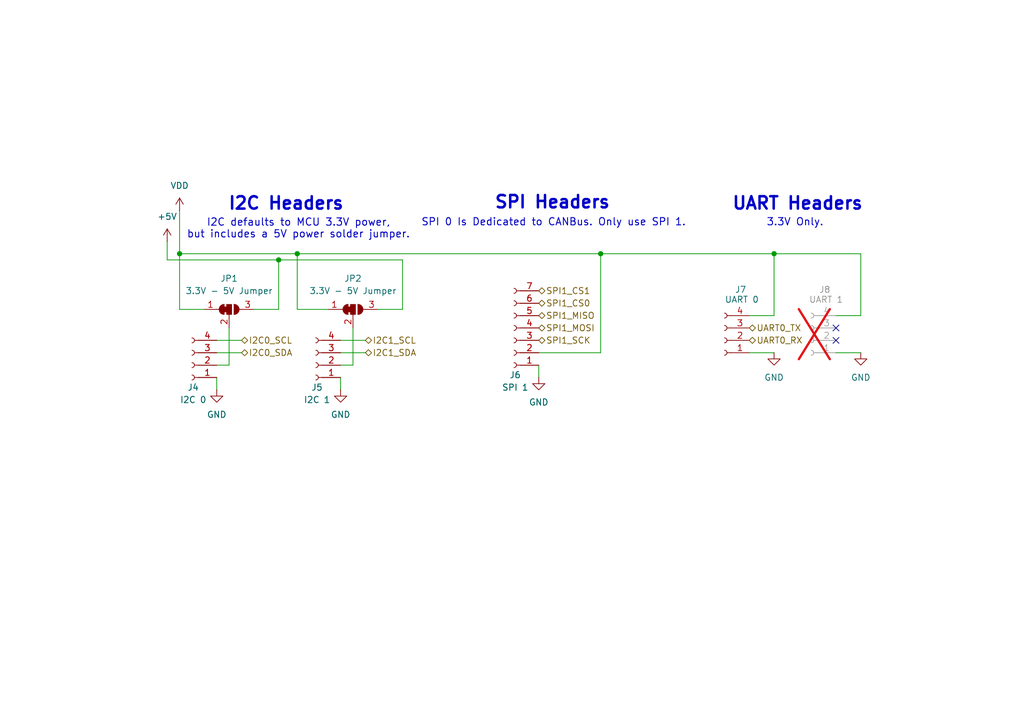
<source format=kicad_sch>
(kicad_sch (version 20250114) (generator "eeschema") (generator_version "9.0")
  (paper "A5")
  (title_block (title "Sensor Board IO Headers") (date "2026-02-16") (company "VIP Lightning From the Edge of Space"))
  (lib_symbols
    (symbol "Connector:Conn_01x04_Socket" (pin_names (offset 1.016) (hide yes))
      (property "Reference" "J" (at 0 5.08 0))
      (property "Value" "Conn_01x04_Socket" (at 0 -7.62 0))
      (symbol "Conn_01x04_Socket_1_1"
        (polyline (pts (xy -1.27 2.54) (xy -0.508 2.54)) (stroke (width 0.1524)))
        (polyline (pts (xy -1.27 0) (xy -0.508 0)) (stroke (width 0.1524)))
        (polyline (pts (xy -1.27 -2.54) (xy -0.508 -2.54)) (stroke (width 0.1524)))
        (polyline (pts (xy -1.27 -5.08) (xy -0.508 -5.08)) (stroke (width 0.1524)))
        (arc (start 0 2.032) (mid -0.5058 2.54) (end 0 3.048) (stroke (width 0.1524)))
        (arc (start 0 -0.508) (mid -0.5058 0) (end 0 0.508) (stroke (width 0.1524)))
        (arc (start 0 -3.048) (mid -0.5058 -2.54) (end 0 -2.032) (stroke (width 0.1524)))
        (arc (start 0 -5.588) (mid -0.5058 -5.08) (end 0 -4.572) (stroke (width 0.1524)))
        (pin passive line (at -5.08 2.54 0) (length 3.81) (name "Pin_1") (number "1"))
        (pin passive line (at -5.08 0 0) (length 3.81) (name "Pin_2") (number "2"))
        (pin passive line (at -5.08 -2.54 0) (length 3.81) (name "Pin_3") (number "3"))
        (pin passive line (at -5.08 -5.08 0) (length 3.81) (name "Pin_4") (number "4"))
      )
    )
    (symbol "Connector:Conn_01x07_Socket" (pin_names (offset 1.016) (hide yes))
      (property "Reference" "J" (at 0 10.16 0))
      (property "Value" "Conn_01x07_Socket" (at 0 -10.16 0))
      (symbol "Conn_01x07_Socket_1_1"
        (polyline (pts (xy -1.27 7.62) (xy -0.508 7.62)) (stroke (width 0.1524)))
        (polyline (pts (xy -1.27 5.08) (xy -0.508 5.08)) (stroke (width 0.1524)))
        (polyline (pts (xy -1.27 2.54) (xy -0.508 2.54)) (stroke (width 0.1524)))
        (polyline (pts (xy -1.27 0) (xy -0.508 0)) (stroke (width 0.1524)))
        (polyline (pts (xy -1.27 -2.54) (xy -0.508 -2.54)) (stroke (width 0.1524)))
        (polyline (pts (xy -1.27 -5.08) (xy -0.508 -5.08)) (stroke (width 0.1524)))
        (polyline (pts (xy -1.27 -7.62) (xy -0.508 -7.62)) (stroke (width 0.1524)))
        (arc (start 0 7.112) (mid -0.5058 7.62) (end 0 8.128) (stroke (width 0.1524)))
        (arc (start 0 4.572) (mid -0.5058 5.08) (end 0 5.588) (stroke (width 0.1524)))
        (arc (start 0 2.032) (mid -0.5058 2.54) (end 0 3.048) (stroke (width 0.1524)))
        (arc (start 0 -0.508) (mid -0.5058 0) (end 0 0.508) (stroke (width 0.1524)))
        (arc (start 0 -3.048) (mid -0.5058 -2.54) (end 0 -2.032) (stroke (width 0.1524)))
        (arc (start 0 -5.588) (mid -0.5058 -5.08) (end 0 -4.572) (stroke (width 0.1524)))
        (arc (start 0 -8.128) (mid -0.5058 -7.62) (end 0 -7.112) (stroke (width 0.1524)))
        (pin passive line (at -5.08 7.62 0) (length 3.81) (name "Pin_1") (number "1"))
        (pin passive line (at -5.08 5.08 0) (length 3.81) (name "Pin_2") (number "2"))
        (pin passive line (at -5.08 2.54 0) (length 3.81) (name "Pin_3") (number "3"))
        (pin passive line (at -5.08 0 0) (length 3.81) (name "Pin_4") (number "4"))
        (pin passive line (at -5.08 -2.54 0) (length 3.81) (name "Pin_5") (number "5"))
        (pin passive line (at -5.08 -5.08 0) (length 3.81) (name "Pin_6") (number "6"))
        (pin passive line (at -5.08 -7.62 0) (length 3.81) (name "Pin_7") (number "7"))
      )
    )
    (symbol "Jumper:SolderJumper_3_Bridged12" (pin_names (offset 0) (hide yes)) (in_bom no)
      (property "Reference" "JP" (at -2.54 -2.54 0))
      (property "Value" "SolderJumper_3_Bridged12" (at 0 2.794 0))
      (symbol "SolderJumper_3_Bridged12_0_1"
        (polyline (pts (xy -2.54 0) (xy -2.032 0)))
        (polyline (pts (xy -1.016 1.016) (xy -1.016 -1.016)))
        (rectangle (start -1.016 0.508) (end -0.508 -0.508) (fill (type outline)))
        (arc (start -1.016 -1.016) (mid -2.0276 0) (end -1.016 1.016))
        (arc (start -1.016 -1.016) (mid -2.0276 0) (end -1.016 1.016) (fill (type outline)))
        (rectangle (start -0.508 1.016) (end 0.508 -1.016) (fill (type outline)))
        (polyline (pts (xy 0 -1.27) (xy 0 -1.016)))
        (arc (start 1.016 1.016) (mid 2.0276 0) (end 1.016 -1.016))
        (arc (start 1.016 1.016) (mid 2.0276 0) (end 1.016 -1.016) (fill (type outline)))
        (polyline (pts (xy 1.016 1.016) (xy 1.016 -1.016)))
        (polyline (pts (xy 2.54 0) (xy 2.032 0)))
      )
      (symbol "SolderJumper_3_Bridged12_1_1"
        (pin passive line (at -5.08 0 0) (length 2.54) (name "A") (number "1"))
        (pin passive line (at 0 -3.81 90) (length 2.54) (name "C") (number "2"))
        (pin passive line (at 5.08 0 180) (length 2.54) (name "B") (number "3"))
      )
    )
    (symbol "power:+5V" (power) (pin_numbers (hide yes)) (pin_names (offset 0) (hide yes))
      (property "Value" "+5V" (at 0 3.556 0))
      (symbol "+5V_0_1"
        (polyline (pts (xy -0.762 1.27) (xy 0 2.54)))
        (polyline (pts (xy 0 2.54) (xy 0.762 1.27)))
        (polyline (pts (xy 0 0) (xy 0 2.54)))
      )
      (symbol "+5V_1_1"
        (pin power_in line (at 0 0 90) (length 0) (name "~") (number "1"))
      )
    )
    (symbol "power:GND" (power) (pin_numbers (hide yes)) (pin_names (offset 0) (hide yes))
      (property "Value" "GND" (at 0 -3.81 0))
      (symbol "GND_0_1"
        (polyline (pts (xy 0 0) (xy 0 -1.27) (xy 1.27 -1.27) (xy 0 -2.54) (xy -1.27 -1.27) (xy 0 -1.27)))
      )
      (symbol "GND_1_1"
        (pin power_in line (at 0 0 270) (length 0) (name "~") (number "1"))
      )
    )
    (symbol "power:VDD" (power) (pin_numbers (hide yes)) (pin_names (offset 0) (hide yes))
      (property "Value" "VDD" (at 0 3.556 0))
      (symbol "VDD_0_1"
        (polyline (pts (xy -0.762 1.27) (xy 0 2.54)))
        (polyline (pts (xy 0 2.54) (xy 0.762 1.27)))
        (polyline (pts (xy 0 0) (xy 0 2.54)))
      )
      (symbol "VDD_1_1"
        (pin power_in line (at 0 0 90) (length 0) (name "~") (number "1"))
      )
    )
  )
  (text "3.3V Only." (at 163.068 45.72 0) (effects (font (size 1.5 1.5) (thickness 0.1875))))
  (text "SPI Headers" (at 113.284 41.656 0) (effects (font (size 2.54 2.54) (thickness 0.508) (bold yes))))
  (text "SPI 0 Is Dedicated to CANBus. Only use SPI 1." (at 113.538 45.72 0) (effects (font (size 1.5 1.5) (thickness 0.1875))))
  (text "UART Headers" (at 163.576 41.91 0) (effects (font (size 2.54 2.54) (thickness 0.508) (bold yes))))
  (text "I2C defaults to MCU 3.3V power,\nbut includes a 5V power solder jumper." (at 61.214 46.99 0) (effects (font (size 1.5 1.5) (thickness 0.1875))))
  (text "I2C Headers" (at 58.674 41.91 0) (effects (font (size 2.54 2.54) (thickness 0.508) (bold yes))))
  (junction (at 158.75 52.07))
  (junction (at 123.19 52.07))
  (junction (at 36.83 52.07))
  (junction (at 57.15 53.34))
  (junction (at 60.96 52.07))
  (no_connect (at 171.45 69.85))
  (no_connect (at 171.45 67.31))
  (wire (pts (xy 57.15 63.5) (xy 57.15 53.34)))
  (wire (pts (xy 34.29 49.53) (xy 34.29 53.34)))
  (wire (pts (xy 110.49 72.39) (xy 123.19 72.39)))
  (wire (pts (xy 176.53 64.77) (xy 176.53 52.07)))
  (wire (pts (xy 57.15 53.34) (xy 82.55 53.34)))
  (wire (pts (xy 41.91 63.5) (xy 36.83 63.5)))
  (wire (pts (xy 57.15 63.5) (xy 52.07 63.5)))
  (wire (pts (xy 44.45 80.01) (xy 44.45 77.47)))
  (wire (pts (xy 158.75 52.07) (xy 123.19 52.07)))
  (wire (pts (xy 176.53 52.07) (xy 158.75 52.07)))
  (wire (pts (xy 60.96 52.07) (xy 60.96 63.5)))
  (wire (pts (xy 46.99 74.93) (xy 44.45 74.93)))
  (wire (pts (xy 74.93 72.39) (xy 69.85 72.39)))
  (wire (pts (xy 72.39 67.31) (xy 72.39 74.93)))
  (wire (pts (xy 158.75 64.77) (xy 158.75 52.07)))
  (wire (pts (xy 69.85 80.01) (xy 69.85 77.47)))
  (wire (pts (xy 72.39 74.93) (xy 69.85 74.93)))
  (wire (pts (xy 82.55 63.5) (xy 77.47 63.5)))
  (wire (pts (xy 176.53 64.77) (xy 171.45 64.77)))
  (wire (pts (xy 158.75 72.39) (xy 153.67 72.39)))
  (wire (pts (xy 176.53 72.39) (xy 171.45 72.39)))
  (wire (pts (xy 67.31 63.5) (xy 60.96 63.5)))
  (wire (pts (xy 46.99 67.31) (xy 46.99 74.93)))
  (wire (pts (xy 36.83 43.18) (xy 36.83 52.07)))
  (wire (pts (xy 60.96 52.07) (xy 123.19 52.07)))
  (wire (pts (xy 49.53 72.39) (xy 44.45 72.39)))
  (wire (pts (xy 36.83 52.07) (xy 36.83 63.5)))
  (wire (pts (xy 158.75 64.77) (xy 153.67 64.77)))
  (wire (pts (xy 36.83 52.07) (xy 60.96 52.07)))
  (wire (pts (xy 49.53 69.85) (xy 44.45 69.85)))
  (wire (pts (xy 123.19 72.39) (xy 123.19 52.07)))
  (wire (pts (xy 74.93 69.85) (xy 69.85 69.85)))
  (wire (pts (xy 82.55 53.34) (xy 82.55 63.5)))
  (wire (pts (xy 34.29 53.34) (xy 57.15 53.34)))
  (wire (pts (xy 110.49 77.47) (xy 110.49 74.93)))
  (hierarchical_label "I2C0_SCL" (shape bidirectional) (at 49.53 69.85 0))
  (hierarchical_label "SPI1_MOSI" (shape bidirectional) (at 110.49 67.31 0))
  (hierarchical_label "UART0_TX" (shape bidirectional) (at 153.67 67.31 0))
  (hierarchical_label "I2C1_SCL" (shape bidirectional) (at 74.93 69.85 0))
  (hierarchical_label "SPI1_CS1" (shape bidirectional) (at 110.49 59.69 0))
  (hierarchical_label "SPI1_MISO" (shape bidirectional) (at 110.49 64.77 0))
  (hierarchical_label "I2C0_SDA" (shape bidirectional) (at 49.53 72.39 0))
  (hierarchical_label "SPI1_CS0" (shape bidirectional) (at 110.49 62.23 0))
  (hierarchical_label "I2C1_SDA" (shape bidirectional) (at 74.93 72.39 0))
  (hierarchical_label "UART0_RX" (shape bidirectional) (at 153.67 69.85 0))
  (hierarchical_label "SPI1_SCK" (shape bidirectional) (at 110.49 69.85 0))
  (symbol (lib_id "Connector:Conn_01x04_Socket") (at 64.77 74.93 180) (unit 1)
    (property "Reference" "J5" (at 65.024 79.502 0))
    (property "Value" "I2C 1" (at 65.024 82.042 0))
    (property "Footprint" "Connector_JST:JST_XH_S4B-XH-A_1x04_P2.50mm_Horizontal" (effects (hide yes)))
    (property "Description" "JST XH 01x04 Female Horizontal" (effects (hide yes)))
    (property "Digikey" "455-2243-ND" (effects (hide yes)))
    (property "MPN" "S4B-XH-A" (effects (hide yes)))
    (property "Manufacturer" "JST Sales America Inc." (effects (hide yes)))
  )
  (symbol (lib_id "power:GND") (at 110.49 77.47 0) (unit 1)
    (property "Reference" "#PWR030" (effects (hide yes)))
    (property "Value" "GND" (at 110.49 82.55 0))
    (property "Description" "Power symbol creates a global label with name \"GND\" , ground" (effects (hide yes)))
  )
  (symbol (lib_id "Connector:Conn_01x04_Socket") (at 166.37 69.85 180) (unit 1) (on_board no) (dnp yes)
    (property "Reference" "J8" (at 169.164 59.436 0))
    (property "Value" "UART 1" (at 169.418 61.468 0))
    (property "Footprint" "Connector_JST:JST_XH_S4B-XH-A_1x04_P2.50mm_Horizontal" (effects (hide yes)))
    (property "Description" "JST XH 01x04 Female Horizontal" (effects (hide yes)))
    (property "Digikey" "455-2243-ND" (effects (hide yes)))
    (property "MPN" "S4B-XH-A" (effects (hide yes)))
    (property "Manufacturer" "JST Sales America Inc." (effects (hide yes)))
  )
  (symbol (lib_id "Jumper:SolderJumper_3_Bridged12") (at 72.39 63.5 0) (unit 1) (in_bom no)
    (property "Reference" "JP2" (at 72.39 57.15 0))
    (property "Value" "3.3V - 5V Jumper" (at 72.39 59.69 0))
    (property "Footprint" "Jumper:SolderJumper-3_P1.3mm_Bridged12_RoundedPad1.0x1.5mm" (effects (hide yes)))
    (property "Description" "3.3V soldered jumper to 5V" (effects (hide yes)))
  )
  (symbol (lib_id "Jumper:SolderJumper_3_Bridged12") (at 46.99 63.5 0) (unit 1) (in_bom no)
    (property "Reference" "JP1" (at 46.99 57.15 0))
    (property "Value" "3.3V - 5V Jumper" (at 46.99 59.69 0))
    (property "Footprint" "Jumper:SolderJumper-3_P1.3mm_Bridged12_RoundedPad1.0x1.5mm" (effects (hide yes)))
    (property "Description" "3.3V soldered jumper to 5V" (effects (hide yes)))
  )
  (symbol (lib_id "Connector:Conn_01x07_Socket") (at 105.41 67.31 180) (unit 1)
    (property "Reference" "J6" (at 105.664 76.962 0))
    (property "Value" "SPI 1" (at 105.664 79.502 0))
    (property "Footprint" "Connector_JST:JST_XH_S7B-XH-A_1x07_P2.50mm_Horizontal" (effects (hide yes)))
    (property "Description" "JST XH 01x07 Female Horizontal" (effects (hide yes)))
    (property "Digikey" "  455-S7B-XH-A-ND" (effects (hide yes)))
    (property "MPN" "S7B-XH-A" (effects (hide yes)))
    (property "Manufacturer" "JST Sales America Inc." (effects (hide yes)))
  )
  (symbol (lib_id "power:GND") (at 69.85 80.01 0) (unit 1)
    (property "Reference" "#PWR027" (effects (hide yes)))
    (property "Value" "GND" (at 69.85 85.09 0))
    (property "Description" "Power symbol creates a global label with name \"GND\" , ground" (effects (hide yes)))
  )
  (symbol (lib_id "Connector:Conn_01x04_Socket") (at 148.59 69.85 180) (unit 1)
    (property "Reference" "J7" (at 151.892 59.436 0))
    (property "Value" "UART 0" (at 152.146 61.468 0))
    (property "Footprint" "Connector_JST:JST_XH_S4B-XH-A_1x04_P2.50mm_Horizontal" (effects (hide yes)))
    (property "Description" "JST XH 01x04 Female Horizontal" (effects (hide yes)))
    (property "Digikey" "455-2243-ND" (effects (hide yes)))
    (property "MPN" "S4B-XH-A" (effects (hide yes)))
    (property "Manufacturer" "JST Sales America Inc." (effects (hide yes)))
  )
  (symbol (lib_id "power:GND") (at 158.75 72.39 0) (unit 1)
    (property "Reference" "#PWR018" (effects (hide yes)))
    (property "Value" "GND" (at 158.75 77.47 0))
    (property "Description" "Power symbol creates a global label with name \"GND\" , ground" (effects (hide yes)))
  )
  (symbol (lib_id "power:GND") (at 176.53 72.39 0) (unit 1)
    (property "Reference" "#PWR031" (effects (hide yes)))
    (property "Value" "GND" (at 176.53 77.47 0))
    (property "Description" "Power symbol creates a global label with name \"GND\" , ground" (effects (hide yes)))
  )
  (symbol (lib_id "power:+5V") (at 34.29 49.53 0) (unit 1)
    (property "Reference" "#PWR028" (effects (hide yes)))
    (property "Value" "+5V" (at 34.29 44.45 0))
    (property "Description" "Power symbol creates a global label with name \"+5V\"" (effects (hide yes)))
  )
  (symbol (lib_id "power:VDD") (at 36.83 43.18 0) (unit 1)
    (property "Reference" "#PWR023" (effects (hide yes)))
    (property "Value" "VDD" (at 36.83 38.1 0))
    (property "Description" "Power symbol creates a global label with name \"VDD\"" (effects (hide yes)))
  )
  (symbol (lib_id "Connector:Conn_01x04_Socket") (at 39.37 74.93 180) (unit 1)
    (property "Reference" "J4" (at 39.624 79.502 0))
    (property "Value" "I2C 0" (at 39.624 82.042 0))
    (property "Footprint" "Connector_JST:JST_XH_S4B-XH-A_1x04_P2.50mm_Horizontal" (effects (hide yes)))
    (property "Description" "JST XH 01x04 Female Horizontal" (effects (hide yes)))
    (property "Digikey" "455-2243-ND" (effects (hide yes)))
    (property "MPN" " S4B-XH-A" (effects (hide yes)))
    (property "Manufacturer" "JST Sales America Inc." (effects (hide yes)))
  )
  (symbol (lib_id "power:GND") (at 44.45 80.01 0) (unit 1)
    (property "Reference" "#PWR026" (effects (hide yes)))
    (property "Value" "GND" (at 44.45 85.09 0))
    (property "Description" "Power symbol creates a global label with name \"GND\" , ground" (effects (hide yes)))
  )
)
</source>
